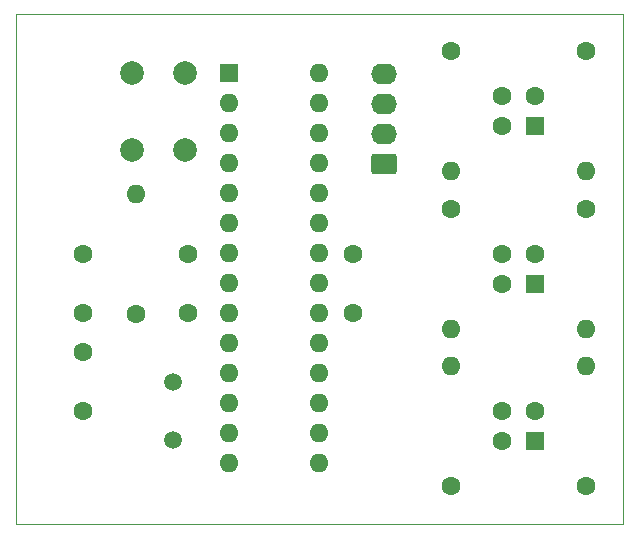
<source format=gbr>
%TF.GenerationSoftware,KiCad,Pcbnew,6.0.0*%
%TF.CreationDate,2022-01-08T16:14:39+01:00*%
%TF.ProjectId,line-tracking-sensor,6c696e65-2d74-4726-9163-6b696e672d73,0.1.0*%
%TF.SameCoordinates,Original*%
%TF.FileFunction,Copper,L1,Top*%
%TF.FilePolarity,Positive*%
%FSLAX46Y46*%
G04 Gerber Fmt 4.6, Leading zero omitted, Abs format (unit mm)*
G04 Created by KiCad (PCBNEW 6.0.0) date 2022-01-08 16:14:39*
%MOMM*%
%LPD*%
G01*
G04 APERTURE LIST*
G04 Aperture macros list*
%AMRoundRect*
0 Rectangle with rounded corners*
0 $1 Rounding radius*
0 $2 $3 $4 $5 $6 $7 $8 $9 X,Y pos of 4 corners*
0 Add a 4 corners polygon primitive as box body*
4,1,4,$2,$3,$4,$5,$6,$7,$8,$9,$2,$3,0*
0 Add four circle primitives for the rounded corners*
1,1,$1+$1,$2,$3*
1,1,$1+$1,$4,$5*
1,1,$1+$1,$6,$7*
1,1,$1+$1,$8,$9*
0 Add four rect primitives between the rounded corners*
20,1,$1+$1,$2,$3,$4,$5,0*
20,1,$1+$1,$4,$5,$6,$7,0*
20,1,$1+$1,$6,$7,$8,$9,0*
20,1,$1+$1,$8,$9,$2,$3,0*%
G04 Aperture macros list end*
%TA.AperFunction,Profile*%
%ADD10C,0.100000*%
%TD*%
%TA.AperFunction,ComponentPad*%
%ADD11C,1.600000*%
%TD*%
%TA.AperFunction,ComponentPad*%
%ADD12RoundRect,0.249600X0.550400X0.550400X-0.550400X0.550400X-0.550400X-0.550400X0.550400X-0.550400X0*%
%TD*%
%TA.AperFunction,ComponentPad*%
%ADD13C,1.500000*%
%TD*%
%TA.AperFunction,ComponentPad*%
%ADD14R,1.600000X1.600000*%
%TD*%
%TA.AperFunction,ComponentPad*%
%ADD15O,1.600000X1.600000*%
%TD*%
%TA.AperFunction,ComponentPad*%
%ADD16C,2.000000*%
%TD*%
%TA.AperFunction,ComponentPad*%
%ADD17RoundRect,0.250000X0.845000X-0.620000X0.845000X0.620000X-0.845000X0.620000X-0.845000X-0.620000X0*%
%TD*%
%TA.AperFunction,ComponentPad*%
%ADD18O,2.190000X1.740000*%
%TD*%
G04 APERTURE END LIST*
D10*
X48577500Y-69850000D02*
X100012500Y-69850000D01*
X100012500Y-69850000D02*
X100012500Y-113030000D01*
X100012500Y-113030000D02*
X48577500Y-113030000D01*
X48577500Y-113030000D02*
X48577500Y-69850000D01*
D11*
%TO.P,U2,4,E*%
%TO.N,Net-(U2-Pad4)*%
X89722500Y-106045000D03*
%TO.P,U2,3,C*%
%TO.N,+5V*%
X89722500Y-103505000D03*
%TO.P,U2,2,K*%
%TO.N,Net-(U2-Pad2)*%
X92522500Y-103505000D03*
D12*
%TO.P,U2,1,A*%
%TO.N,+5V*%
X92522500Y-106045000D03*
%TD*%
D13*
%TO.P,Y1,1,1*%
%TO.N,Net-(C4-Pad1)*%
X61912500Y-105955000D03*
%TO.P,Y1,2,2*%
%TO.N,Net-(C3-Pad1)*%
X61912500Y-101075000D03*
%TD*%
D12*
%TO.P,U4,1,A*%
%TO.N,+5V*%
X92522500Y-79375000D03*
D11*
%TO.P,U4,2,K*%
%TO.N,Net-(U4-Pad2)*%
X92522500Y-76835000D03*
%TO.P,U4,3,C*%
%TO.N,+5V*%
X89722500Y-76835000D03*
%TO.P,U4,4,E*%
%TO.N,Net-(U1-Pad25)*%
X89722500Y-79375000D03*
%TD*%
%TO.P,U3,4,E*%
%TO.N,Net-(U1-Pad24)*%
X89722500Y-92740000D03*
%TO.P,U3,3,C*%
%TO.N,+5V*%
X89722500Y-90200000D03*
%TO.P,U3,2,K*%
%TO.N,Net-(U3-Pad2)*%
X92522500Y-90200000D03*
D12*
%TO.P,U3,1,A*%
%TO.N,+5V*%
X92522500Y-92740000D03*
%TD*%
D14*
%TO.P,U1,1,PC6/~{RESET}*%
%TO.N,Net-(R1-Pad2)*%
X66587500Y-74915000D03*
D15*
%TO.P,U1,15,PB1*%
%TO.N,unconnected-(U1-Pad15)*%
X74207500Y-107935000D03*
%TO.P,U1,2,PD0*%
%TO.N,unconnected-(U1-Pad2)*%
X66587500Y-77455000D03*
%TO.P,U1,16,PB2*%
%TO.N,unconnected-(U1-Pad16)*%
X74207500Y-105395000D03*
%TO.P,U1,3,PD1*%
%TO.N,unconnected-(U1-Pad3)*%
X66587500Y-79995000D03*
%TO.P,U1,17,PB3*%
%TO.N,unconnected-(U1-Pad17)*%
X74207500Y-102855000D03*
%TO.P,U1,4,PD2*%
%TO.N,unconnected-(U1-Pad4)*%
X66587500Y-82535000D03*
%TO.P,U1,18,PB4*%
%TO.N,unconnected-(U1-Pad18)*%
X74207500Y-100315000D03*
%TO.P,U1,5,PD3*%
%TO.N,unconnected-(U1-Pad5)*%
X66587500Y-85075000D03*
%TO.P,U1,19,PB5*%
%TO.N,unconnected-(U1-Pad19)*%
X74207500Y-97775000D03*
%TO.P,U1,6,PD4*%
%TO.N,unconnected-(U1-Pad6)*%
X66587500Y-87615000D03*
%TO.P,U1,20,AVCC*%
%TO.N,+5V*%
X74207500Y-95235000D03*
%TO.P,U1,7,VCC*%
X66587500Y-90155000D03*
%TO.P,U1,21,AREF*%
X74207500Y-92695000D03*
%TO.P,U1,8,GND*%
%TO.N,GND*%
X66587500Y-92695000D03*
%TO.P,U1,22,AGND*%
X74207500Y-90155000D03*
%TO.P,U1,9,PB6/XTAL1*%
%TO.N,Net-(C3-Pad1)*%
X66587500Y-95235000D03*
%TO.P,U1,23,PC0*%
%TO.N,Net-(U2-Pad4)*%
X74207500Y-87615000D03*
%TO.P,U1,10,PB7/XTAL2*%
%TO.N,Net-(C4-Pad1)*%
X66587500Y-97775000D03*
%TO.P,U1,24,PC1*%
%TO.N,Net-(U1-Pad24)*%
X74207500Y-85075000D03*
%TO.P,U1,11,PD5*%
%TO.N,unconnected-(U1-Pad11)*%
X66587500Y-100315000D03*
%TO.P,U1,25,PC2*%
%TO.N,Net-(U1-Pad25)*%
X74207500Y-82535000D03*
%TO.P,U1,12,PD6*%
%TO.N,unconnected-(U1-Pad12)*%
X66587500Y-102855000D03*
%TO.P,U1,26,PC3*%
%TO.N,unconnected-(U1-Pad26)*%
X74207500Y-79995000D03*
%TO.P,U1,13,PD7*%
%TO.N,unconnected-(U1-Pad13)*%
X66587500Y-105395000D03*
%TO.P,U1,27,PC4*%
%TO.N,Net-(U1-Pad27)*%
X74207500Y-77455000D03*
%TO.P,U1,14,PB0*%
%TO.N,unconnected-(U1-Pad14)*%
X66587500Y-107935000D03*
%TO.P,U1,28,PC5*%
%TO.N,Net-(U1-Pad28)*%
X74207500Y-74915000D03*
%TD*%
D16*
%TO.P,SW1,2,2*%
%TO.N,Net-(R1-Pad2)*%
X62892500Y-81355000D03*
%TO.P,SW1,1,1*%
%TO.N,GND*%
X58392500Y-81355000D03*
%TO.P,SW1,2,2*%
%TO.N,Net-(R1-Pad2)*%
X62892500Y-74855000D03*
%TO.P,SW1,1,1*%
%TO.N,GND*%
X58392500Y-74855000D03*
%TD*%
D11*
%TO.P,R7,1*%
%TO.N,Net-(U4-Pad2)*%
X96837500Y-73025000D03*
D15*
%TO.P,R7,2*%
%TO.N,GND*%
X96837500Y-83185000D03*
%TD*%
D11*
%TO.P,R6,1*%
%TO.N,Net-(U1-Pad25)*%
X85407500Y-73025000D03*
D15*
%TO.P,R6,2*%
%TO.N,GND*%
X85407500Y-83185000D03*
%TD*%
D11*
%TO.P,R5,1*%
%TO.N,Net-(U3-Pad2)*%
X96837500Y-86360000D03*
D15*
%TO.P,R5,2*%
%TO.N,GND*%
X96837500Y-96520000D03*
%TD*%
D11*
%TO.P,R4,1*%
%TO.N,Net-(U1-Pad24)*%
X85407500Y-86360000D03*
D15*
%TO.P,R4,2*%
%TO.N,GND*%
X85407500Y-96520000D03*
%TD*%
D11*
%TO.P,R3,1*%
%TO.N,Net-(U2-Pad2)*%
X96837500Y-109855000D03*
D15*
%TO.P,R3,2*%
%TO.N,GND*%
X96837500Y-99695000D03*
%TD*%
D11*
%TO.P,R2,1*%
%TO.N,Net-(U2-Pad4)*%
X85407500Y-109855000D03*
D15*
%TO.P,R2,2*%
%TO.N,GND*%
X85407500Y-99695000D03*
%TD*%
D11*
%TO.P,R1,1*%
%TO.N,+5V*%
X58737500Y-95250000D03*
D15*
%TO.P,R1,2*%
%TO.N,Net-(R1-Pad2)*%
X58737500Y-85090000D03*
%TD*%
D17*
%TO.P,J1,1,Pin_1*%
%TO.N,+5V*%
X79712500Y-82550000D03*
D18*
%TO.P,J1,2,Pin_2*%
%TO.N,Net-(U1-Pad27)*%
X79712500Y-80010000D03*
%TO.P,J1,3,Pin_3*%
%TO.N,Net-(U1-Pad28)*%
X79712500Y-77470000D03*
%TO.P,J1,4,Pin_4*%
%TO.N,GND*%
X79712500Y-74930000D03*
%TD*%
D11*
%TO.P,C4,1*%
%TO.N,Net-(C4-Pad1)*%
X54292500Y-103465000D03*
%TO.P,C4,2*%
%TO.N,GND*%
X54292500Y-98465000D03*
%TD*%
%TO.P,C3,1*%
%TO.N,Net-(C3-Pad1)*%
X54292500Y-95210000D03*
%TO.P,C3,2*%
%TO.N,GND*%
X54292500Y-90210000D03*
%TD*%
%TO.P,C2,1*%
%TO.N,+5V*%
X63182500Y-90210000D03*
%TO.P,C2,2*%
%TO.N,GND*%
X63182500Y-95210000D03*
%TD*%
%TO.P,C1,1*%
%TO.N,+5V*%
X77152500Y-95210000D03*
%TO.P,C1,2*%
%TO.N,GND*%
X77152500Y-90210000D03*
%TD*%
M02*

</source>
